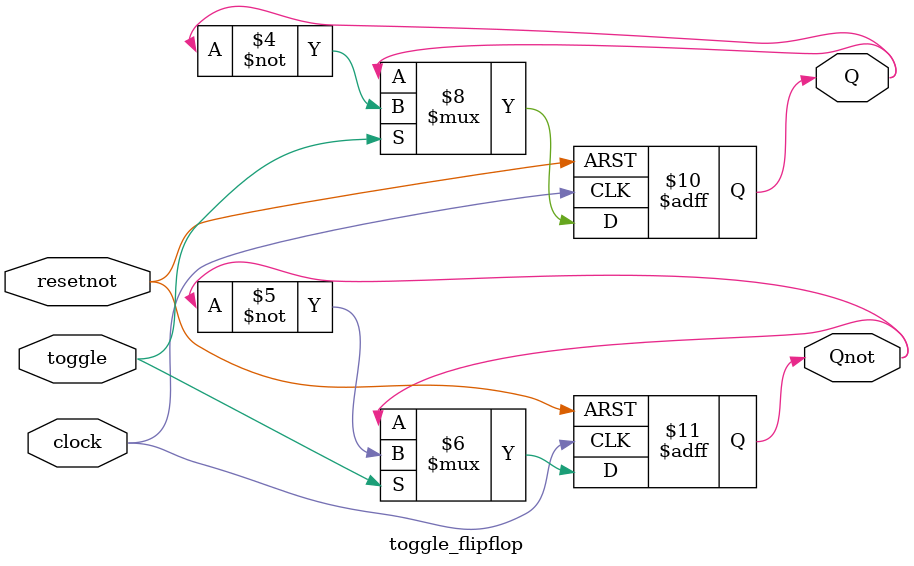
<source format=v>
module toggle_flipflop(toggle, clock, resetnot, Q, Qnot);
	input  toggle, clock, resetnot;
	output Q, Qnot;
	reg    Q, Qnot;
	always @(posedge clock, negedge resetnot) begin
		if (resetnot == 1'b0) begin
			// It was (at least) the negedge resetnot
			// that triggered. So, reset Q.
			Q <= 0;
			Qnot <= 1;
		end else if (toggle == 1'b1) begin
			// It was the posedge clock that triggered.
			// Check if toggle is on. If toggle is on,
			// flip Q. Otherwise, leave Q as it is.
			Q <= ~Q;
			Qnot <= ~Qnot;
		end
	end
endmodule
</source>
